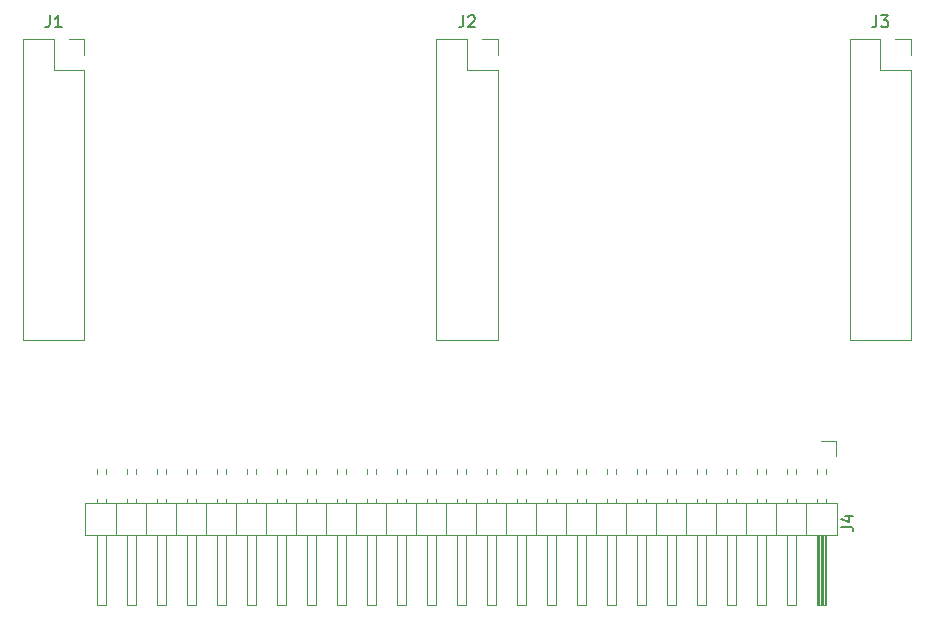
<source format=gbr>
%TF.GenerationSoftware,KiCad,Pcbnew,9.0.1*%
%TF.CreationDate,2025-04-24T12:51:30+03:00*%
%TF.ProjectId,acd_dac_board,6163645f-6461-4635-9f62-6f6172642e6b,rev?*%
%TF.SameCoordinates,Original*%
%TF.FileFunction,Legend,Top*%
%TF.FilePolarity,Positive*%
%FSLAX46Y46*%
G04 Gerber Fmt 4.6, Leading zero omitted, Abs format (unit mm)*
G04 Created by KiCad (PCBNEW 9.0.1) date 2025-04-24 12:51:30*
%MOMM*%
%LPD*%
G01*
G04 APERTURE LIST*
%ADD10C,0.150000*%
%ADD11C,0.120000*%
G04 APERTURE END LIST*
D10*
X170224819Y-123048333D02*
X170939104Y-123048333D01*
X170939104Y-123048333D02*
X171081961Y-123095952D01*
X171081961Y-123095952D02*
X171177200Y-123191190D01*
X171177200Y-123191190D02*
X171224819Y-123334047D01*
X171224819Y-123334047D02*
X171224819Y-123429285D01*
X170558152Y-122143571D02*
X171224819Y-122143571D01*
X170177200Y-122381666D02*
X170891485Y-122619761D01*
X170891485Y-122619761D02*
X170891485Y-122000714D01*
X173196666Y-79744819D02*
X173196666Y-80459104D01*
X173196666Y-80459104D02*
X173149047Y-80601961D01*
X173149047Y-80601961D02*
X173053809Y-80697200D01*
X173053809Y-80697200D02*
X172910952Y-80744819D01*
X172910952Y-80744819D02*
X172815714Y-80744819D01*
X173577619Y-79744819D02*
X174196666Y-79744819D01*
X174196666Y-79744819D02*
X173863333Y-80125771D01*
X173863333Y-80125771D02*
X174006190Y-80125771D01*
X174006190Y-80125771D02*
X174101428Y-80173390D01*
X174101428Y-80173390D02*
X174149047Y-80221009D01*
X174149047Y-80221009D02*
X174196666Y-80316247D01*
X174196666Y-80316247D02*
X174196666Y-80554342D01*
X174196666Y-80554342D02*
X174149047Y-80649580D01*
X174149047Y-80649580D02*
X174101428Y-80697200D01*
X174101428Y-80697200D02*
X174006190Y-80744819D01*
X174006190Y-80744819D02*
X173720476Y-80744819D01*
X173720476Y-80744819D02*
X173625238Y-80697200D01*
X173625238Y-80697200D02*
X173577619Y-80649580D01*
X103196666Y-79744819D02*
X103196666Y-80459104D01*
X103196666Y-80459104D02*
X103149047Y-80601961D01*
X103149047Y-80601961D02*
X103053809Y-80697200D01*
X103053809Y-80697200D02*
X102910952Y-80744819D01*
X102910952Y-80744819D02*
X102815714Y-80744819D01*
X104196666Y-80744819D02*
X103625238Y-80744819D01*
X103910952Y-80744819D02*
X103910952Y-79744819D01*
X103910952Y-79744819D02*
X103815714Y-79887676D01*
X103815714Y-79887676D02*
X103720476Y-79982914D01*
X103720476Y-79982914D02*
X103625238Y-80030533D01*
X138196666Y-79744819D02*
X138196666Y-80459104D01*
X138196666Y-80459104D02*
X138149047Y-80601961D01*
X138149047Y-80601961D02*
X138053809Y-80697200D01*
X138053809Y-80697200D02*
X137910952Y-80744819D01*
X137910952Y-80744819D02*
X137815714Y-80744819D01*
X138625238Y-79840057D02*
X138672857Y-79792438D01*
X138672857Y-79792438D02*
X138768095Y-79744819D01*
X138768095Y-79744819D02*
X139006190Y-79744819D01*
X139006190Y-79744819D02*
X139101428Y-79792438D01*
X139101428Y-79792438D02*
X139149047Y-79840057D01*
X139149047Y-79840057D02*
X139196666Y-79935295D01*
X139196666Y-79935295D02*
X139196666Y-80030533D01*
X139196666Y-80030533D02*
X139149047Y-80173390D01*
X139149047Y-80173390D02*
X138577619Y-80744819D01*
X138577619Y-80744819D02*
X139196666Y-80744819D01*
D11*
%TO.C,J4*%
X106210000Y-121040000D02*
X106210000Y-123700000D01*
X106210000Y-123700000D02*
X169830000Y-123700000D01*
X107160000Y-118102929D02*
X107160000Y-118557071D01*
X107160000Y-120642929D02*
X107160000Y-121040000D01*
X107160000Y-129700000D02*
X107160000Y-123700000D01*
X107920000Y-118102929D02*
X107920000Y-118557071D01*
X107920000Y-120642929D02*
X107920000Y-121040000D01*
X107920000Y-123700000D02*
X107920000Y-129700000D01*
X107920000Y-129700000D02*
X107160000Y-129700000D01*
X108810000Y-121040000D02*
X108810000Y-123700000D01*
X109700000Y-118102929D02*
X109700000Y-118557071D01*
X109700000Y-120642929D02*
X109700000Y-121040000D01*
X109700000Y-129700000D02*
X109700000Y-123700000D01*
X110460000Y-118102929D02*
X110460000Y-118557071D01*
X110460000Y-120642929D02*
X110460000Y-121040000D01*
X110460000Y-123700000D02*
X110460000Y-129700000D01*
X110460000Y-129700000D02*
X109700000Y-129700000D01*
X111350000Y-121040000D02*
X111350000Y-123700000D01*
X112240000Y-118102929D02*
X112240000Y-118557071D01*
X112240000Y-120642929D02*
X112240000Y-121040000D01*
X112240000Y-129700000D02*
X112240000Y-123700000D01*
X113000000Y-118102929D02*
X113000000Y-118557071D01*
X113000000Y-120642929D02*
X113000000Y-121040000D01*
X113000000Y-123700000D02*
X113000000Y-129700000D01*
X113000000Y-129700000D02*
X112240000Y-129700000D01*
X113890000Y-121040000D02*
X113890000Y-123700000D01*
X114780000Y-118102929D02*
X114780000Y-118557071D01*
X114780000Y-120642929D02*
X114780000Y-121040000D01*
X114780000Y-129700000D02*
X114780000Y-123700000D01*
X115540000Y-118102929D02*
X115540000Y-118557071D01*
X115540000Y-120642929D02*
X115540000Y-121040000D01*
X115540000Y-123700000D02*
X115540000Y-129700000D01*
X115540000Y-129700000D02*
X114780000Y-129700000D01*
X116430000Y-121040000D02*
X116430000Y-123700000D01*
X117320000Y-118102929D02*
X117320000Y-118557071D01*
X117320000Y-120642929D02*
X117320000Y-121040000D01*
X117320000Y-129700000D02*
X117320000Y-123700000D01*
X118080000Y-118102929D02*
X118080000Y-118557071D01*
X118080000Y-120642929D02*
X118080000Y-121040000D01*
X118080000Y-123700000D02*
X118080000Y-129700000D01*
X118080000Y-129700000D02*
X117320000Y-129700000D01*
X118970000Y-121040000D02*
X118970000Y-123700000D01*
X119860000Y-118102929D02*
X119860000Y-118557071D01*
X119860000Y-120642929D02*
X119860000Y-121040000D01*
X119860000Y-129700000D02*
X119860000Y-123700000D01*
X120620000Y-118102929D02*
X120620000Y-118557071D01*
X120620000Y-120642929D02*
X120620000Y-121040000D01*
X120620000Y-123700000D02*
X120620000Y-129700000D01*
X120620000Y-129700000D02*
X119860000Y-129700000D01*
X121510000Y-121040000D02*
X121510000Y-123700000D01*
X122400000Y-118102929D02*
X122400000Y-118557071D01*
X122400000Y-120642929D02*
X122400000Y-121040000D01*
X122400000Y-129700000D02*
X122400000Y-123700000D01*
X123160000Y-118102929D02*
X123160000Y-118557071D01*
X123160000Y-120642929D02*
X123160000Y-121040000D01*
X123160000Y-123700000D02*
X123160000Y-129700000D01*
X123160000Y-129700000D02*
X122400000Y-129700000D01*
X124050000Y-121040000D02*
X124050000Y-123700000D01*
X124940000Y-118102929D02*
X124940000Y-118557071D01*
X124940000Y-120642929D02*
X124940000Y-121040000D01*
X124940000Y-129700000D02*
X124940000Y-123700000D01*
X125700000Y-118102929D02*
X125700000Y-118557071D01*
X125700000Y-120642929D02*
X125700000Y-121040000D01*
X125700000Y-123700000D02*
X125700000Y-129700000D01*
X125700000Y-129700000D02*
X124940000Y-129700000D01*
X126590000Y-121040000D02*
X126590000Y-123700000D01*
X127480000Y-118102929D02*
X127480000Y-118557071D01*
X127480000Y-120642929D02*
X127480000Y-121040000D01*
X127480000Y-129700000D02*
X127480000Y-123700000D01*
X128240000Y-118102929D02*
X128240000Y-118557071D01*
X128240000Y-120642929D02*
X128240000Y-121040000D01*
X128240000Y-123700000D02*
X128240000Y-129700000D01*
X128240000Y-129700000D02*
X127480000Y-129700000D01*
X129130000Y-121040000D02*
X129130000Y-123700000D01*
X130020000Y-118102929D02*
X130020000Y-118557071D01*
X130020000Y-120642929D02*
X130020000Y-121040000D01*
X130020000Y-129700000D02*
X130020000Y-123700000D01*
X130780000Y-118102929D02*
X130780000Y-118557071D01*
X130780000Y-120642929D02*
X130780000Y-121040000D01*
X130780000Y-123700000D02*
X130780000Y-129700000D01*
X130780000Y-129700000D02*
X130020000Y-129700000D01*
X131670000Y-121040000D02*
X131670000Y-123700000D01*
X132560000Y-118102929D02*
X132560000Y-118557071D01*
X132560000Y-120642929D02*
X132560000Y-121040000D01*
X132560000Y-129700000D02*
X132560000Y-123700000D01*
X133320000Y-118102929D02*
X133320000Y-118557071D01*
X133320000Y-120642929D02*
X133320000Y-121040000D01*
X133320000Y-123700000D02*
X133320000Y-129700000D01*
X133320000Y-129700000D02*
X132560000Y-129700000D01*
X134210000Y-121040000D02*
X134210000Y-123700000D01*
X135100000Y-118102929D02*
X135100000Y-118557071D01*
X135100000Y-120642929D02*
X135100000Y-121040000D01*
X135100000Y-129700000D02*
X135100000Y-123700000D01*
X135860000Y-118102929D02*
X135860000Y-118557071D01*
X135860000Y-120642929D02*
X135860000Y-121040000D01*
X135860000Y-123700000D02*
X135860000Y-129700000D01*
X135860000Y-129700000D02*
X135100000Y-129700000D01*
X136750000Y-121040000D02*
X136750000Y-123700000D01*
X137640000Y-118102929D02*
X137640000Y-118557071D01*
X137640000Y-120642929D02*
X137640000Y-121040000D01*
X137640000Y-129700000D02*
X137640000Y-123700000D01*
X138400000Y-118102929D02*
X138400000Y-118557071D01*
X138400000Y-120642929D02*
X138400000Y-121040000D01*
X138400000Y-123700000D02*
X138400000Y-129700000D01*
X138400000Y-129700000D02*
X137640000Y-129700000D01*
X139290000Y-121040000D02*
X139290000Y-123700000D01*
X140180000Y-118102929D02*
X140180000Y-118557071D01*
X140180000Y-120642929D02*
X140180000Y-121040000D01*
X140180000Y-129700000D02*
X140180000Y-123700000D01*
X140940000Y-118102929D02*
X140940000Y-118557071D01*
X140940000Y-120642929D02*
X140940000Y-121040000D01*
X140940000Y-123700000D02*
X140940000Y-129700000D01*
X140940000Y-129700000D02*
X140180000Y-129700000D01*
X141830000Y-121040000D02*
X141830000Y-123700000D01*
X142720000Y-118102929D02*
X142720000Y-118557071D01*
X142720000Y-120642929D02*
X142720000Y-121040000D01*
X142720000Y-129700000D02*
X142720000Y-123700000D01*
X143480000Y-118102929D02*
X143480000Y-118557071D01*
X143480000Y-120642929D02*
X143480000Y-121040000D01*
X143480000Y-123700000D02*
X143480000Y-129700000D01*
X143480000Y-129700000D02*
X142720000Y-129700000D01*
X144370000Y-121040000D02*
X144370000Y-123700000D01*
X145260000Y-118102929D02*
X145260000Y-118557071D01*
X145260000Y-120642929D02*
X145260000Y-121040000D01*
X145260000Y-129700000D02*
X145260000Y-123700000D01*
X146020000Y-118102929D02*
X146020000Y-118557071D01*
X146020000Y-120642929D02*
X146020000Y-121040000D01*
X146020000Y-123700000D02*
X146020000Y-129700000D01*
X146020000Y-129700000D02*
X145260000Y-129700000D01*
X146910000Y-121040000D02*
X146910000Y-123700000D01*
X147800000Y-118102929D02*
X147800000Y-118557071D01*
X147800000Y-120642929D02*
X147800000Y-121040000D01*
X147800000Y-129700000D02*
X147800000Y-123700000D01*
X148560000Y-118102929D02*
X148560000Y-118557071D01*
X148560000Y-120642929D02*
X148560000Y-121040000D01*
X148560000Y-123700000D02*
X148560000Y-129700000D01*
X148560000Y-129700000D02*
X147800000Y-129700000D01*
X149450000Y-121040000D02*
X149450000Y-123700000D01*
X150340000Y-118102929D02*
X150340000Y-118557071D01*
X150340000Y-120642929D02*
X150340000Y-121040000D01*
X150340000Y-129700000D02*
X150340000Y-123700000D01*
X151100000Y-118102929D02*
X151100000Y-118557071D01*
X151100000Y-120642929D02*
X151100000Y-121040000D01*
X151100000Y-123700000D02*
X151100000Y-129700000D01*
X151100000Y-129700000D02*
X150340000Y-129700000D01*
X151990000Y-121040000D02*
X151990000Y-123700000D01*
X152880000Y-118102929D02*
X152880000Y-118557071D01*
X152880000Y-120642929D02*
X152880000Y-121040000D01*
X152880000Y-129700000D02*
X152880000Y-123700000D01*
X153640000Y-118102929D02*
X153640000Y-118557071D01*
X153640000Y-120642929D02*
X153640000Y-121040000D01*
X153640000Y-123700000D02*
X153640000Y-129700000D01*
X153640000Y-129700000D02*
X152880000Y-129700000D01*
X154530000Y-121040000D02*
X154530000Y-123700000D01*
X155420000Y-118102929D02*
X155420000Y-118557071D01*
X155420000Y-120642929D02*
X155420000Y-121040000D01*
X155420000Y-129700000D02*
X155420000Y-123700000D01*
X156180000Y-118102929D02*
X156180000Y-118557071D01*
X156180000Y-120642929D02*
X156180000Y-121040000D01*
X156180000Y-123700000D02*
X156180000Y-129700000D01*
X156180000Y-129700000D02*
X155420000Y-129700000D01*
X157070000Y-121040000D02*
X157070000Y-123700000D01*
X157960000Y-118102929D02*
X157960000Y-118557071D01*
X157960000Y-120642929D02*
X157960000Y-121040000D01*
X157960000Y-129700000D02*
X157960000Y-123700000D01*
X158720000Y-118102929D02*
X158720000Y-118557071D01*
X158720000Y-120642929D02*
X158720000Y-121040000D01*
X158720000Y-123700000D02*
X158720000Y-129700000D01*
X158720000Y-129700000D02*
X157960000Y-129700000D01*
X159610000Y-121040000D02*
X159610000Y-123700000D01*
X160500000Y-118102929D02*
X160500000Y-118557071D01*
X160500000Y-120642929D02*
X160500000Y-121040000D01*
X160500000Y-129700000D02*
X160500000Y-123700000D01*
X161260000Y-118102929D02*
X161260000Y-118557071D01*
X161260000Y-120642929D02*
X161260000Y-121040000D01*
X161260000Y-123700000D02*
X161260000Y-129700000D01*
X161260000Y-129700000D02*
X160500000Y-129700000D01*
X162150000Y-121040000D02*
X162150000Y-123700000D01*
X163040000Y-118102929D02*
X163040000Y-118557071D01*
X163040000Y-120642929D02*
X163040000Y-121040000D01*
X163040000Y-129700000D02*
X163040000Y-123700000D01*
X163800000Y-118102929D02*
X163800000Y-118557071D01*
X163800000Y-120642929D02*
X163800000Y-121040000D01*
X163800000Y-123700000D02*
X163800000Y-129700000D01*
X163800000Y-129700000D02*
X163040000Y-129700000D01*
X164690000Y-121040000D02*
X164690000Y-123700000D01*
X165580000Y-118102929D02*
X165580000Y-118557071D01*
X165580000Y-120642929D02*
X165580000Y-121040000D01*
X165580000Y-129700000D02*
X165580000Y-123700000D01*
X166340000Y-118102929D02*
X166340000Y-118557071D01*
X166340000Y-120642929D02*
X166340000Y-121040000D01*
X166340000Y-123700000D02*
X166340000Y-129700000D01*
X166340000Y-129700000D02*
X165580000Y-129700000D01*
X167230000Y-121040000D02*
X167230000Y-123700000D01*
X168120000Y-118170000D02*
X168120000Y-118557071D01*
X168120000Y-120642929D02*
X168120000Y-121040000D01*
X168120000Y-129700000D02*
X168120000Y-123700000D01*
X168220000Y-123700000D02*
X168220000Y-129700000D01*
X168340000Y-123700000D02*
X168340000Y-129700000D01*
X168460000Y-123700000D02*
X168460000Y-129700000D01*
X168500000Y-115790000D02*
X169770000Y-115790000D01*
X168580000Y-123700000D02*
X168580000Y-129700000D01*
X168700000Y-123700000D02*
X168700000Y-129700000D01*
X168820000Y-123700000D02*
X168820000Y-129700000D01*
X168880000Y-118170000D02*
X168880000Y-118557071D01*
X168880000Y-120642929D02*
X168880000Y-121040000D01*
X168880000Y-123700000D02*
X168880000Y-129700000D01*
X168880000Y-129700000D02*
X168120000Y-129700000D01*
X169770000Y-115790000D02*
X169770000Y-117060000D01*
X169830000Y-121040000D02*
X106210000Y-121040000D01*
X169830000Y-123700000D02*
X169830000Y-121040000D01*
%TO.C,J3*%
X170930000Y-81730000D02*
X170930000Y-107250000D01*
X170930000Y-81730000D02*
X173530000Y-81730000D01*
X170930000Y-107250000D02*
X176130000Y-107250000D01*
X173530000Y-81730000D02*
X173530000Y-84330000D01*
X173530000Y-84330000D02*
X176130000Y-84330000D01*
X174800000Y-81730000D02*
X176130000Y-81730000D01*
X176130000Y-81730000D02*
X176130000Y-83060000D01*
X176130000Y-84330000D02*
X176130000Y-107250000D01*
%TO.C,J1*%
X100930000Y-81730000D02*
X100930000Y-107250000D01*
X100930000Y-81730000D02*
X103530000Y-81730000D01*
X100930000Y-107250000D02*
X106130000Y-107250000D01*
X103530000Y-81730000D02*
X103530000Y-84330000D01*
X103530000Y-84330000D02*
X106130000Y-84330000D01*
X104800000Y-81730000D02*
X106130000Y-81730000D01*
X106130000Y-81730000D02*
X106130000Y-83060000D01*
X106130000Y-84330000D02*
X106130000Y-107250000D01*
%TO.C,J2*%
X135930000Y-81730000D02*
X135930000Y-107250000D01*
X135930000Y-81730000D02*
X138530000Y-81730000D01*
X135930000Y-107250000D02*
X141130000Y-107250000D01*
X138530000Y-81730000D02*
X138530000Y-84330000D01*
X138530000Y-84330000D02*
X141130000Y-84330000D01*
X139800000Y-81730000D02*
X141130000Y-81730000D01*
X141130000Y-81730000D02*
X141130000Y-83060000D01*
X141130000Y-84330000D02*
X141130000Y-107250000D01*
%TD*%
M02*

</source>
